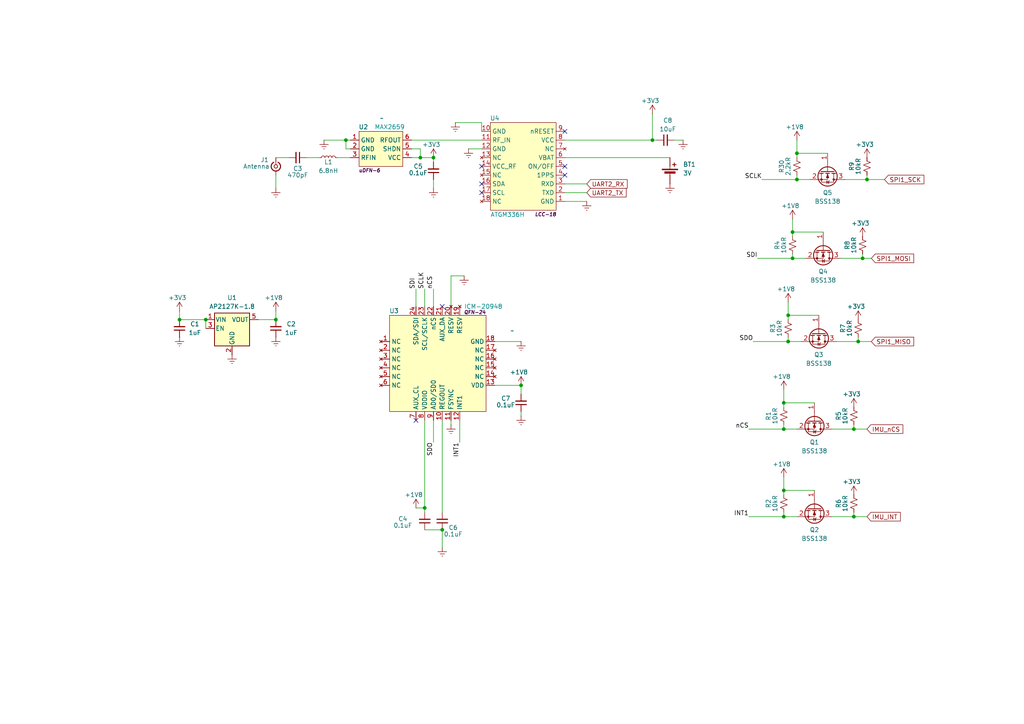
<source format=kicad_sch>
(kicad_sch (version 20250114) (generator "eeschema") (generator_version "9.0")
  (paper "A4")
  (lib_symbols
    (symbol "Connector:Conn_Coaxial_Small" (pin_numbers (hide yes)) (pin_names (offset 1.016) (hide yes))
      (property "Reference" "J" (at 0.254 3.048 0))
      (property "Value" "Conn_Coaxial_Small" (at 0 -3.81 0))
      (symbol "Conn_Coaxial_Small_0_1"
        (polyline (pts (xy -2.54 0) (xy -0.508 0)))
        (circle (center 0 0) (radius 0.508) (stroke (width 0.2032)))
      )
      (symbol "Conn_Coaxial_Small_1_1"
        (arc (start 1.3484 0.0039) (mid 0.327 -1.308) (end -1.1916 -0.6311) (stroke (width 0.3048)))
        (arc (start -1.1916 0.6311) (mid 0.327 1.3081) (end 1.3484 -0.0039) (stroke (width 0.3048)))
        (pin passive line (at -2.54 0 0) (length 1.27) (name "In") (number "1"))
        (pin passive line (at 2.54 0 180) (length 1.27) (name "Ext") (number "2"))
      )
    )
    (symbol "Device:Battery_Cell" (pin_numbers (hide yes)) (pin_names (offset 0) (hide yes))
      (property "Reference" "BT" (at 2.54 2.54 0))
      (property "Value" "Battery_Cell" (at 2.54 0 0))
      (symbol "Battery_Cell_0_1"
        (rectangle (start -2.286 1.778) (end 2.286 1.524) (fill (type outline)))
        (rectangle (start -1.524 1.016) (end 1.524 0.508) (fill (type outline)))
        (polyline (pts (xy 0 1.778) (xy 0 2.54)))
        (polyline (pts (xy 0 0.762) (xy 0 0)))
        (polyline (pts (xy 0.762 3.048) (xy 1.778 3.048)) (stroke (width 0.254)))
        (polyline (pts (xy 1.27 3.556) (xy 1.27 2.54)) (stroke (width 0.254)))
      )
      (symbol "Battery_Cell_1_1"
        (pin passive line (at 0 5.08 270) (length 2.54) (name "+") (number "1"))
        (pin passive line (at 0 -2.54 90) (length 2.54) (name "-") (number "2"))
      )
    )
    (symbol "Device:C_Small" (pin_numbers (hide yes)) (pin_names (offset 0.254) (hide yes))
      (property "Reference" "C" (at 0.254 1.778 0))
      (property "Value" "C_Small" (at 0.254 -2.032 0))
      (symbol "C_Small_0_1"
        (polyline (pts (xy -1.524 0.508) (xy 1.524 0.508)) (stroke (width 0.3048)))
        (polyline (pts (xy -1.524 -0.508) (xy 1.524 -0.508)) (stroke (width 0.3302)))
      )
      (symbol "C_Small_1_1"
        (pin passive line (at 0 2.54 270) (length 2.032) (name "~") (number "1"))
        (pin passive line (at 0 -2.54 90) (length 2.032) (name "~") (number "2"))
      )
    )
    (symbol "Device:L_Small" (pin_numbers (hide yes)) (pin_names (offset 0.254) (hide yes))
      (property "Reference" "L" (at 0.762 1.016 0))
      (property "Value" "L_Small" (at 0.762 -1.016 0))
      (symbol "L_Small_0_1"
        (arc (start 0 2.032) (mid 0.5058 1.524) (end 0 1.016))
        (arc (start 0 1.016) (mid 0.5058 0.508) (end 0 0))
        (arc (start 0 0) (mid 0.5058 -0.508) (end 0 -1.016))
        (arc (start 0 -1.016) (mid 0.5058 -1.524) (end 0 -2.032))
      )
      (symbol "L_Small_1_1"
        (pin passive line (at 0 2.54 270) (length 0.508) (name "~") (number "1"))
        (pin passive line (at 0 -2.54 90) (length 0.508) (name "~") (number "2"))
      )
    )
    (symbol "Device:R_Small_US" (pin_numbers (hide yes)) (pin_names (offset 0.254) (hide yes))
      (property "Reference" "R" (at 0.762 0.508 0))
      (property "Value" "R_Small_US" (at 0.762 -1.016 0))
      (symbol "R_Small_US_1_1"
        (polyline (pts (xy 0 1.524) (xy 1.016 1.143) (xy 0 0.762) (xy -1.016 0.381) (xy 0 0)))
        (polyline (pts (xy 0 0) (xy 1.016 -0.381) (xy 0 -0.762) (xy -1.016 -1.143) (xy 0 -1.524)))
        (pin passive line (at 0 2.54 270) (length 1.016) (name "~") (number "1"))
        (pin passive line (at 0 -2.54 90) (length 1.016) (name "~") (number "2"))
      )
    )
    (symbol "Regulator_Linear:AP2127K-1.8" (pin_names (offset 0.254))
      (property "Reference" "U" (at -5.08 5.715 0))
      (property "Value" "AP2127K-1.8" (at 0 5.715 0))
      (symbol "AP2127K-1.8_0_1"
        (rectangle (start -5.08 4.445) (end 5.08 -5.08) (stroke (width 0.254)) (fill (type background)))
      )
      (symbol "AP2127K-1.8_1_1"
        (pin power_in line (at -7.62 2.54 0) (length 2.54) (name "VIN") (number "1"))
        (pin input line (at -7.62 0 0) (length 2.54) (name "EN") (number "3"))
        (pin power_in line (at 0 -7.62 90) (length 2.54) (name "GND") (number "2"))
        (pin no_connect line (at 5.08 0 180) (length 2.54) (hide yes) (name "NC") (number "4"))
        (pin power_out line (at 7.62 2.54 180) (length 2.54) (name "VOUT") (number "5"))
      )
    )
    (symbol "Transistor_FET:DMN2040U" (pin_names (hide yes))
      (property "Reference" "Q" (at 5.08 1.905 0))
      (property "Value" "DMN2040U" (at 5.08 0 0))
      (symbol "DMN2040U_0_1"
        (polyline (pts (xy 0.254 1.905) (xy 0.254 -1.905)) (stroke (width 0.254)))
        (polyline (pts (xy 0.254 0) (xy -2.54 0)))
        (polyline (pts (xy 0.762 2.286) (xy 0.762 1.27)) (stroke (width 0.254)))
        (polyline (pts (xy 0.762 0.508) (xy 0.762 -0.508)) (stroke (width 0.254)))
        (polyline (pts (xy 0.762 -1.27) (xy 0.762 -2.286)) (stroke (width 0.254)))
        (polyline (pts (xy 0.762 -1.778) (xy 3.302 -1.778) (xy 3.302 1.778) (xy 0.762 1.778)))
        (polyline (pts (xy 1.016 0) (xy 2.032 0.381) (xy 2.032 -0.381) (xy 1.016 0)) (fill (type outline)))
        (circle (center 1.651 0) (radius 2.794) (stroke (width 0.254)))
        (polyline (pts (xy 2.54 2.54) (xy 2.54 1.778)))
        (circle (center 2.54 1.778) (radius 0.254) (fill (type outline)))
        (circle (center 2.54 -1.778) (radius 0.254) (fill (type outline)))
        (polyline (pts (xy 2.54 -2.54) (xy 2.54 0) (xy 0.762 0)))
        (polyline (pts (xy 2.794 0.508) (xy 2.921 0.381) (xy 3.683 0.381) (xy 3.81 0.254)))
        (polyline (pts (xy 3.302 0.381) (xy 2.921 -0.254) (xy 3.683 -0.254) (xy 3.302 0.381)))
      )
      (symbol "DMN2040U_1_1"
        (pin input line (at -5.08 0 0) (length 2.54) (name "G") (number "1"))
        (pin passive line (at 2.54 5.08 270) (length 2.54) (name "D") (number "3"))
        (pin passive line (at 2.54 -5.08 90) (length 2.54) (name "S") (number "2"))
      )
    )
    (symbol "jshep:ATGM336H"
      (property "Reference" "U?" (at 1.27 1.27 0))
      (symbol "ATGM336H_1_1"
        (rectangle (start 0 0) (end 19.05 -25.4) (fill (type background)))
        (text "ATGM336H" (at 0 -26.67 0) (effects (font (size 1.27 1.27) (thickness 0.1588)) (justify left)))
        (text "LCC-18" (at 16.0029 -26.6081 0) (effects (font (size 1.016 1.016) (thickness 0.2032) (bold yes) (italic yes))))
        (pin power_in line (at -2.54 -2.54 0) (length 2.54) (name "GND") (number "10"))
        (pin output line (at -2.54 -5.08 0) (length 2.54) (name "RF_IN") (number "11"))
        (pin power_in line (at -2.54 -7.62 0) (length 2.54) (name "GND") (number "12"))
        (pin no_connect line (at -2.54 -10.16 0) (length 2.54) (name "NC") (number "13"))
        (pin output line (at -2.54 -12.7 0) (length 2.54) (name "VCC_RF") (number "14"))
        (pin no_connect line (at -2.54 -15.24 0) (length 2.54) (name "NC") (number "15"))
        (pin bidirectional line (at -2.54 -17.78 0) (length 2.54) (name "SDA") (number "16"))
        (pin output line (at -2.54 -20.32 0) (length 2.54) (name "SCL") (number "17"))
        (pin no_connect line (at -2.54 -22.86 0) (length 2.54) (name "NC") (number "18"))
        (pin input line (at 21.59 -2.54 180) (length 2.54) (name "nRESET") (number "9"))
        (pin power_in line (at 21.59 -5.08 180) (length 2.54) (name "VCC") (number "8"))
        (pin no_connect line (at 21.59 -7.62 180) (length 2.54) (name "NC") (number "7"))
        (pin input line (at 21.59 -10.16 180) (length 2.54) (name "VBAT") (number "6"))
        (pin input line (at 21.59 -12.7 180) (length 2.54) (name "ON/OFF") (number "5"))
        (pin output line (at 21.59 -15.24 180) (length 2.54) (name "1PPS") (number "4"))
        (pin input line (at 21.59 -17.78 180) (length 2.54) (name "RXD") (number "3"))
        (pin output line (at 21.59 -20.32 180) (length 2.54) (name "TXD") (number "2"))
        (pin power_in line (at 21.59 -22.86 180) (length 2.54) (name "GND") (number "1"))
      )
    )
    (symbol "jshep:ICM-20948"
      (property "Reference" "U?" (at 1.27 1.27 0))
      (symbol "ICM-20948_1_1"
        (rectangle (start 0 0) (end 27.94 -27.94) (fill (type background)))
        (text "ICM-20948" (at 21.59 2.54 0) (effects (font (size 1.27 1.27) (thickness 0.1588)) (justify left)))
        (text "QFN-24" (at 24.7222 0.8755 0) (effects (font (size 1.016 1.016) (thickness 0.2032) (bold yes) (italic yes))))
        (pin no_connect line (at -2.54 -7.62 0) (length 2.54) (name "NC") (number "1"))
        (pin no_connect line (at -2.54 -10.16 0) (length 2.54) (name "NC") (number "2"))
        (pin no_connect line (at -2.54 -12.7 0) (length 2.54) (name "NC") (number "3"))
        (pin no_connect line (at -2.54 -15.24 0) (length 2.54) (name "NC") (number "4"))
        (pin no_connect line (at -2.54 -17.78 0) (length 2.54) (name "NC") (number "5"))
        (pin no_connect line (at -2.54 -20.32 0) (length 2.54) (name "NC") (number "6"))
        (pin bidirectional line (at 7.62 2.54 270) (length 2.54) (name "SDA/SDI") (number "24"))
        (pin output line (at 7.62 -30.48 90) (length 2.54) (name "AUX_CL") (number "7"))
        (pin input line (at 10.16 2.54 270) (length 2.54) (name "SCL/SCLK") (number "23"))
        (pin power_in line (at 10.16 -30.48 90) (length 2.54) (name "VDDIO") (number "8"))
        (pin input line (at 12.7 2.54 270) (length 2.54) (name "nCS") (number "22"))
        (pin bidirectional line (at 12.7 -30.48 90) (length 2.54) (name "AD0/SD0") (number "9"))
        (pin bidirectional line (at 15.24 2.54 270) (length 2.54) (name "AUX_DA") (number "21"))
        (pin output line (at 15.24 -30.48 90) (length 2.54) (name "REGOUT") (number "10"))
        (pin no_connect line (at 17.78 2.54 270) (length 2.54) (name "RESV") (number "20"))
        (pin input line (at 17.78 -30.48 90) (length 2.54) (name "FSYNC") (number "11"))
        (pin no_connect line (at 20.32 2.54 270) (length 2.54) (name "RESV") (number "19"))
        (pin output line (at 20.32 -30.48 90) (length 2.54) (name "INT1") (number "12"))
        (pin power_in line (at 30.48 -7.62 180) (length 2.54) (name "GND") (number "18"))
        (pin no_connect line (at 30.48 -10.16 180) (length 2.54) (name "NC") (number "17"))
        (pin no_connect line (at 30.48 -12.7 180) (length 2.54) (name "NC") (number "16"))
        (pin no_connect line (at 30.48 -15.24 180) (length 2.54) (name "NC") (number "15"))
        (pin no_connect line (at 30.48 -17.78 180) (length 2.54) (name "NC") (number "14"))
        (pin power_in line (at 30.48 -20.32 180) (length 2.54) (name "VDD") (number "13"))
      )
    )
    (symbol "jshep:MAX2659"
      (property "Reference" "U?" (at 1.27 1.27 0))
      (symbol "MAX2659_1_1"
        (rectangle (start 0 0) (end 12.7 -10.16) (fill (type background)))
        (text "uDFN-6" (at 3.053 -11.3231 0) (effects (font (size 1.016 1.016) (thickness 0.2032) (bold yes) (italic yes))))
        (text "MAX2659\n" (at 8.89 1.27 0) (effects (font (size 1.27 1.27))))
        (pin power_in line (at -2.54 -2.54 0) (length 2.54) (name "GND") (number "1"))
        (pin power_in line (at -2.54 -5.08 0) (length 2.54) (name "GND") (number "2"))
        (pin input line (at -2.54 -7.62 0) (length 2.54) (name "RFIN") (number "3"))
        (pin output line (at 15.24 -2.54 180) (length 2.54) (name "RFOUT") (number "6"))
        (pin input line (at 15.24 -5.08 180) (length 2.54) (name "SHDN") (number "5"))
        (pin power_out line (at 15.24 -7.62 180) (length 2.54) (name "VCC") (number "4"))
      )
    )
    (symbol "power:+3V3" (power) (pin_numbers (hide yes)) (pin_names (offset 0) (hide yes))
      (property "Value" "+3V3" (at 0 3.556 0))
      (symbol "+3V3_0_1"
        (polyline (pts (xy -0.762 1.27) (xy 0 2.54)))
        (polyline (pts (xy 0 2.54) (xy 0.762 1.27)))
        (polyline (pts (xy 0 0) (xy 0 2.54)))
      )
      (symbol "+3V3_1_1"
        (pin power_in line (at 0 0 90) (length 0) (name "~") (number "1"))
      )
    )
    (symbol "power:GNDREF" (power) (pin_numbers (hide yes)) (pin_names (offset 0) (hide yes))
      (property "Value" "GNDREF" (at 0 -3.81 0))
      (symbol "GNDREF_0_1"
        (polyline (pts (xy -0.635 -1.905) (xy 0.635 -1.905)))
        (polyline (pts (xy -0.127 -2.54) (xy 0.127 -2.54)))
        (polyline (pts (xy 0 -1.27) (xy 0 0)))
        (polyline (pts (xy 1.27 -1.27) (xy -1.27 -1.27)))
      )
      (symbol "GNDREF_1_1"
        (pin power_in line (at 0 0 270) (length 0) (name "~") (number "1"))
      )
    )
  )
  (junction (at 80.01 92.71))
  (junction (at 229.87 67.31))
  (junction (at 227.33 142.24))
  (junction (at 229.87 74.93))
  (junction (at 59.69 92.71))
  (junction (at 248.92 99.06))
  (junction (at 123.19 147.32))
  (junction (at 227.33 116.84))
  (junction (at 247.65 124.46))
  (junction (at 247.65 149.86))
  (junction (at 189.23 40.64))
  (junction (at 121.92 45.72))
  (junction (at 250.19 74.93))
  (junction (at 151.13 111.76))
  (junction (at 251.46 52.07))
  (junction (at 227.33 149.86))
  (junction (at 231.14 52.07))
  (junction (at 231.14 44.45))
  (junction (at 100.33 40.64))
  (junction (at 52.07 92.71))
  (junction (at 228.6 91.44))
  (junction (at 125.73 45.72))
  (junction (at 228.6 99.06))
  (junction (at 227.33 124.46))
  (junction (at 128.27 153.67))
  (no_connect (at 139.7 55.88))
  (no_connect (at 128.27 88.9))
  (no_connect (at 120.65 121.92))
  (no_connect (at 139.7 53.34))
  (no_connect (at 163.83 48.26))
  (no_connect (at 163.83 38.1))
  (no_connect (at 139.7 48.26))
  (no_connect (at 163.83 50.8))
  (wire (pts (xy 227.33 124.46) (xy 231.14 124.46)))
  (wire (pts (xy 231.14 52.07) (xy 234.95 52.07)))
  (wire (pts (xy 93.98 40.64) (xy 100.33 40.64)))
  (wire (pts (xy 248.92 99.06) (xy 252.73 99.06)))
  (wire (pts (xy 229.87 67.31) (xy 229.87 68.58)))
  (wire (pts (xy 120.65 83.82) (xy 120.65 88.9)))
  (wire (pts (xy 227.33 116.84) (xy 227.33 118.11)))
  (wire (pts (xy 217.17 149.86) (xy 227.33 149.86)))
  (wire (pts (xy 125.73 128.27) (xy 125.73 121.92)))
  (wire (pts (xy 128.27 121.92) (xy 128.27 148.59)))
  (wire (pts (xy 231.14 40.64) (xy 231.14 44.45)))
  (wire (pts (xy 248.92 99.06) (xy 248.92 97.79)))
  (wire (pts (xy 52.07 90.17) (xy 52.07 92.71)))
  (wire (pts (xy 227.33 142.24) (xy 227.33 143.51)))
  (wire (pts (xy 119.38 45.72) (xy 121.92 45.72)))
  (wire (pts (xy 135.89 43.18) (xy 139.7 43.18)))
  (wire (pts (xy 236.22 116.84) (xy 227.33 116.84)))
  (wire (pts (xy 119.38 43.18) (xy 121.92 43.18)))
  (wire (pts (xy 121.92 43.18) (xy 121.92 45.72)))
  (wire (pts (xy 238.76 67.31) (xy 229.87 67.31)))
  (wire (pts (xy 218.44 99.06) (xy 228.6 99.06)))
  (wire (pts (xy 125.73 83.82) (xy 125.73 88.9)))
  (wire (pts (xy 198.12 40.64) (xy 195.58 40.64)))
  (wire (pts (xy 100.33 40.64) (xy 101.6 40.64)))
  (wire (pts (xy 170.18 58.42) (xy 163.83 58.42)))
  (wire (pts (xy 151.13 111.76) (xy 151.13 114.3)))
  (wire (pts (xy 247.65 149.86) (xy 251.46 149.86)))
  (wire (pts (xy 125.73 54.61) (xy 125.73 52.07)))
  (wire (pts (xy 97.79 45.72) (xy 101.6 45.72)))
  (wire (pts (xy 245.11 52.07) (xy 251.46 52.07)))
  (wire (pts (xy 128.27 153.67) (xy 128.27 158.75)))
  (wire (pts (xy 121.92 45.72) (xy 125.73 45.72)))
  (wire (pts (xy 100.33 40.64) (xy 100.33 43.18)))
  (wire (pts (xy 250.19 74.93) (xy 252.73 74.93)))
  (wire (pts (xy 250.19 74.93) (xy 250.19 73.66)))
  (wire (pts (xy 80.01 45.72) (xy 83.82 45.72)))
  (wire (pts (xy 240.03 44.45) (xy 231.14 44.45)))
  (wire (pts (xy 231.14 50.8) (xy 231.14 52.07)))
  (wire (pts (xy 228.6 99.06) (xy 232.41 99.06)))
  (wire (pts (xy 133.35 128.27) (xy 133.35 121.92)))
  (wire (pts (xy 247.65 149.86) (xy 247.65 148.59)))
  (wire (pts (xy 190.5 40.64) (xy 189.23 40.64)))
  (wire (pts (xy 220.98 52.07) (xy 231.14 52.07)))
  (wire (pts (xy 217.17 124.46) (xy 227.33 124.46)))
  (wire (pts (xy 123.19 148.59) (xy 123.19 147.32)))
  (wire (pts (xy 151.13 120.65) (xy 151.13 119.38)))
  (wire (pts (xy 143.51 99.06) (xy 151.13 99.06)))
  (wire (pts (xy 241.3 149.86) (xy 247.65 149.86)))
  (wire (pts (xy 251.46 52.07) (xy 251.46 50.8)))
  (wire (pts (xy 228.6 87.63) (xy 228.6 91.44)))
  (wire (pts (xy 189.23 40.64) (xy 163.83 40.64)))
  (wire (pts (xy 237.49 91.44) (xy 228.6 91.44)))
  (wire (pts (xy 229.87 73.66) (xy 229.87 74.93)))
  (wire (pts (xy 242.57 99.06) (xy 248.92 99.06)))
  (wire (pts (xy 227.33 149.86) (xy 231.14 149.86)))
  (wire (pts (xy 189.23 33.02) (xy 189.23 40.64)))
  (wire (pts (xy 251.46 52.07) (xy 256.54 52.07)))
  (wire (pts (xy 74.93 92.71) (xy 80.01 92.71)))
  (wire (pts (xy 100.33 43.18) (xy 101.6 43.18)))
  (wire (pts (xy 227.33 138.43) (xy 227.33 142.24)))
  (wire (pts (xy 143.51 111.76) (xy 151.13 111.76)))
  (wire (pts (xy 123.19 153.67) (xy 128.27 153.67)))
  (wire (pts (xy 219.71 74.93) (xy 229.87 74.93)))
  (wire (pts (xy 125.73 46.99) (xy 125.73 45.72)))
  (wire (pts (xy 236.22 142.24) (xy 227.33 142.24)))
  (wire (pts (xy 227.33 123.19) (xy 227.33 124.46)))
  (wire (pts (xy 130.81 80.01) (xy 134.62 80.01)))
  (wire (pts (xy 88.9 45.72) (xy 92.71 45.72)))
  (wire (pts (xy 241.3 124.46) (xy 247.65 124.46)))
  (wire (pts (xy 123.19 147.32) (xy 123.19 121.92)))
  (wire (pts (xy 120.65 147.32) (xy 123.19 147.32)))
  (wire (pts (xy 243.84 74.93) (xy 250.19 74.93)))
  (wire (pts (xy 228.6 91.44) (xy 228.6 92.71)))
  (wire (pts (xy 163.83 55.88) (xy 170.18 55.88)))
  (wire (pts (xy 247.65 124.46) (xy 251.46 124.46)))
  (wire (pts (xy 228.6 97.79) (xy 228.6 99.06)))
  (wire (pts (xy 52.07 92.71) (xy 59.69 92.71)))
  (wire (pts (xy 123.19 83.82) (xy 123.19 88.9)))
  (wire (pts (xy 139.7 38.1) (xy 139.7 35.56)))
  (wire (pts (xy 231.14 44.45) (xy 231.14 45.72)))
  (wire (pts (xy 80.01 90.17) (xy 80.01 92.71)))
  (wire (pts (xy 130.81 88.9) (xy 130.81 80.01)))
  (wire (pts (xy 163.83 53.34) (xy 170.18 53.34)))
  (wire (pts (xy 59.69 92.71) (xy 59.69 95.25)))
  (wire (pts (xy 119.38 40.64) (xy 139.7 40.64)))
  (wire (pts (xy 229.87 74.93) (xy 233.68 74.93)))
  (wire (pts (xy 163.83 45.72) (xy 194.31 45.72)))
  (wire (pts (xy 132.08 35.56) (xy 139.7 35.56)))
  (wire (pts (xy 247.65 124.46) (xy 247.65 123.19)))
  (wire (pts (xy 227.33 113.03) (xy 227.33 116.84)))
  (wire (pts (xy 80.01 54.61) (xy 80.01 50.8)))
  (wire (pts (xy 229.87 63.5) (xy 229.87 67.31)))
  (wire (pts (xy 227.33 148.59) (xy 227.33 149.86)))
  (wire (pts (xy 130.81 123.19) (xy 130.81 121.92)))
  (label "SDI" (at 219.71 74.93 180) (effects (font (thickness 0.1588))))
  (label "SCLK" (at 123.19 83.82 90) (effects (font (thickness 0.1588))))
  (label "SCLK" (at 220.98 52.07 180) (effects (font (thickness 0.1588))))
  (label "INT1" (at 217.17 149.86 180) (effects (font (thickness 0.1588))))
  (label "INT1" (at 133.35 128.27 270) (effects (font (thickness 0.1588))))
  (label "nCS" (at 217.17 124.46 180) (effects (font (thickness 0.1588))))
  (label "SDI" (at 120.65 83.82 90) (effects (font (thickness 0.1588))))
  (label "SDO" (at 125.73 128.27 270) (effects (font (thickness 0.1588))))
  (label "nCS" (at 125.73 83.82 90) (effects (font (thickness 0.1588))))
  (label "SDO" (at 218.44 99.06 180) (effects (font (thickness 0.1588))))
  (global_label "SPI1_SCK" (shape input) (at 256.54 52.07 0) (property "Intersheetrefs" "${INTERSHEET_REFS}" (effects (hide yes))))
  (global_label "UART2_TX" (shape input) (at 170.18 55.88 0) (property "Intersheetrefs" "${INTERSHEET_REFS}" (effects (hide yes))))
  (global_label "SPI1_MISO" (shape input) (at 252.73 99.06 0) (property "Intersheetrefs" "${INTERSHEET_REFS}" (effects (hide yes))))
  (global_label "SPI1_MOSI" (shape input) (at 252.73 74.93 0) (property "Intersheetrefs" "${INTERSHEET_REFS}" (effects (hide yes))))
  (global_label "UART2_RX" (shape input) (at 170.18 53.34 0) (property "Intersheetrefs" "${INTERSHEET_REFS}" (effects (hide yes))))
  (global_label "IMU_nCS" (shape input) (at 251.46 124.46 0) (property "Intersheetrefs" "${INTERSHEET_REFS}" (effects (hide yes))))
  (global_label "IMU_INT" (shape input) (at 251.46 149.86 0) (property "Intersheetrefs" "${INTERSHEET_REFS}" (effects (hide yes))))
  (symbol (lib_id "power:+3V3") (at 231.14 40.64 0) (unit 1)
    (property "Reference" "#PWR027" (effects (hide yes)))
    (property "Value" "+1V8" (at 230.505 36.83 0))
    (property "Description" "Power symbol creates a global label with name \"+3V3\"" (effects (hide yes)))
  )
  (symbol (lib_id "jshep:ICM-20948") (at 113.03 91.44 0) (unit 1)
    (property "Reference" "U3" (at 114.3 90.17 0))
    (property "Value" "~" (at 148.59 95.9165 0))
    (property "Footprint" "Package_DFN_QFN:QFN-24-1EP_3x3mm_P0.4mm_EP1.75x1.6mm" (effects (hide yes)))
  )
  (symbol (lib_id "power:+3V3") (at 80.01 90.17 0) (unit 1)
    (property "Reference" "#PWR05" (effects (hide yes)))
    (property "Value" "+1V8" (at 79.375 86.36 0))
    (property "Description" "Power symbol creates a global label with name \"+3V3\"" (effects (hide yes)))
  )
  (symbol (lib_id "power:+3V3") (at 151.13 111.76 0) (unit 1)
    (property "Reference" "#PWR017" (effects (hide yes)))
    (property "Value" "+1V8" (at 150.495 107.95 0))
    (property "Description" "Power symbol creates a global label with name \"+3V3\"" (effects (hide yes)))
  )
  (symbol (lib_id "power:+3V3") (at 120.65 147.32 0) (unit 1)
    (property "Reference" "#PWR08" (effects (hide yes)))
    (property "Value" "+1V8" (at 120.015 143.51 0))
    (property "Description" "Power symbol creates a global label with name \"+3V3\"" (effects (hide yes)))
  )
  (symbol (lib_id "power:GNDREF") (at 52.07 97.79 0) (unit 1)
    (property "Reference" "#PWR02" (effects (hide yes)))
    (property "Value" "GND" (effects (hide yes)))
    (property "Description" "Power symbol creates a global label with name \"GNDREF\" , reference supply ground" (effects (hide yes)))
  )
  (symbol (lib_id "Device:R_Small_US") (at 227.33 146.05 180) (unit 1)
    (property "Reference" "R2" (at 222.885 146.05 90))
    (property "Value" "10kR" (at 224.79 146.05 90))
    (property "Footprint" "Resistor_SMD:R_0603_1608Metric" (effects (hide yes)))
    (property "Description" "Resistor, small US symbol" (effects (hide yes)))
  )
  (symbol (lib_id "Device:R_Small_US") (at 228.6 95.25 180) (unit 1)
    (property "Reference" "R3" (at 224.155 95.25 90))
    (property "Value" "10kR" (at 226.06 95.25 90))
    (property "Footprint" "Resistor_SMD:R_0603_1608Metric" (effects (hide yes)))
    (property "Description" "Resistor, small US symbol" (effects (hide yes)))
  )
  (symbol (lib_id "power:GNDREF") (at 80.01 54.61 0) (unit 1)
    (property "Reference" "#PWR04" (effects (hide yes)))
    (property "Value" "GND" (effects (hide yes)))
    (property "Description" "Power symbol creates a global label with name \"GNDREF\" , reference supply ground" (effects (hide yes)))
  )
  (symbol (lib_id "Device:C_Small") (at 193.04 40.64 90) (unit 1)
    (property "Reference" "C8" (at 193.675 34.925 90))
    (property "Value" "10uF" (at 193.675 37.465 90))
    (property "Footprint" "Capacitor_SMD:C_0603_1608Metric" (effects (hide yes)))
    (property "Description" "Unpolarized capacitor, small symbol" (effects (hide yes)))
  )
  (symbol (lib_id "Connector:Conn_Coaxial_Small") (at 80.01 48.26 270) (unit 1)
    (property "Reference" "J1" (at 75.565 46.355 90) (effects (justify left)))
    (property "Value" "Antenna" (at 70.485 48.26 90) (effects (justify left)))
    (property "Footprint" "Connector_Coaxial:U.FL_Molex_MCRF_73412-0110_Vertical" (effects (hide yes)))
    (property "Description" "small coaxial connector (BNC, SMA, SMB, SMC, Cinch/RCA, LEMO, ...)" (effects (hide yes)))
  )
  (symbol (lib_id "power:GNDREF") (at 130.81 123.19 0) (unit 1)
    (property "Reference" "#PWR012" (effects (hide yes)))
    (property "Value" "GND" (effects (hide yes)))
    (property "Description" "Power symbol creates a global label with name \"GNDREF\" , reference supply ground" (effects (hide yes)))
  )
  (symbol (lib_id "power:+3V3") (at 52.07 90.17 0) (unit 1)
    (property "Reference" "#PWR01" (effects (hide yes)))
    (property "Value" "+3V3" (at 51.435 86.36 0))
    (property "Description" "Power symbol creates a global label with name \"+3V3\"" (effects (hide yes)))
  )
  (symbol (lib_id "power:GNDREF") (at 128.27 158.75 0) (unit 1)
    (property "Reference" "#PWR011" (effects (hide yes)))
    (property "Value" "GND" (effects (hide yes)))
    (property "Description" "Power symbol creates a global label with name \"GNDREF\" , reference supply ground" (effects (hide yes)))
  )
  (symbol (lib_id "Transistor_FET:DMN2040U") (at 237.49 96.52 270) (unit 1)
    (property "Reference" "Q3" (at 237.49 102.87 90))
    (property "Value" "BSS138" (at 237.49 105.41 90))
    (property "Footprint" "Package_TO_SOT_SMD:SOT-23" (effects (hide yes)))
    (property "Datasheet" "https://www.diodes.com/assets/Datasheets/DMN2040U.pdf" (effects (hide yes)))
    (property "Description" "20V Vds, 6A Id, N-Channel MOSFET, SOT-23" (effects (hide yes)))
  )
  (symbol (lib_id "power:+3V3") (at 248.92 92.71 0) (unit 1)
    (property "Reference" "#PWR030" (effects (hide yes)))
    (property "Value" "+3V3" (at 248.285 88.9 0))
    (property "Description" "Power symbol creates a global label with name \"+3V3\"" (effects (hide yes)))
  )
  (symbol (lib_id "Regulator_Linear:AP2127K-1.8") (at 67.31 95.25 0) (unit 1)
    (property "Reference" "U1" (at 67.31 86.36 0))
    (property "Value" "AP2127K-1.8" (at 67.31 88.9 0))
    (property "Footprint" "Package_TO_SOT_SMD:SOT-23-5" (effects (hide yes)))
    (property "Datasheet" "https://www.diodes.com/assets/Datasheets/AP2127.pdf" (effects (hide yes)))
    (property "Description" "300mA low dropout linear regulator, shutdown pin, 2.5V-6V input voltage, 1.8V fixed positive output, SOT-23-5" (effects (hide yes)))
  )
  (symbol (lib_id "power:+3V3") (at 251.46 45.72 0) (unit 1)
    (property "Reference" "#PWR032" (effects (hide yes)))
    (property "Value" "+3V3" (at 250.825 41.91 0))
    (property "Description" "Power symbol creates a global label with name \"+3V3\"" (effects (hide yes)))
  )
  (symbol (lib_id "Device:C_Small") (at 86.36 45.72 270) (unit 1)
    (property "Reference" "C3" (at 86.36 48.895 90))
    (property "Value" "470pF" (at 86.36 50.8 90))
    (property "Footprint" "Capacitor_SMD:C_0603_1608Metric" (effects (hide yes)))
    (property "Description" "Unpolarized capacitor, small symbol" (effects (hide yes)))
  )
  (symbol (lib_id "power:+3V3") (at 229.87 63.5 0) (unit 1)
    (property "Reference" "#PWR026" (effects (hide yes)))
    (property "Value" "+1V8" (at 229.235 59.69 0))
    (property "Description" "Power symbol creates a global label with name \"+3V3\"" (effects (hide yes)))
  )
  (symbol (lib_id "Device:C_Small") (at 80.01 95.25 180) (unit 1)
    (property "Reference" "C2" (at 84.455 93.98 0))
    (property "Value" "1uF" (at 84.455 96.52 0))
    (property "Footprint" "Capacitor_SMD:C_0603_1608Metric" (effects (hide yes)))
    (property "Description" "Unpolarized capacitor, small symbol" (effects (hide yes)))
  )
  (symbol (lib_id "Device:R_Small_US") (at 247.65 146.05 180) (unit 1)
    (property "Reference" "R6" (at 243.205 146.05 90))
    (property "Value" "10kR" (at 245.11 146.05 90))
    (property "Footprint" "Resistor_SMD:R_0603_1608Metric" (effects (hide yes)))
    (property "Description" "Resistor, small US symbol" (effects (hide yes)))
  )
  (symbol (lib_id "jshep:ATGM336H") (at 142.24 35.56 0) (unit 1)
    (property "Reference" "U4" (at 143.51 34.29 0))
    (property "Footprint" "jshep:LCC-18" (effects (hide yes)))
  )
  (symbol (lib_id "power:GNDREF") (at 198.12 40.64 0) (unit 1)
    (property "Reference" "#PWR022" (effects (hide yes)))
    (property "Value" "GND" (effects (hide yes)))
    (property "Description" "Power symbol creates a global label with name \"GNDREF\" , reference supply ground" (effects (hide yes)))
  )
  (symbol (lib_id "power:GNDREF") (at 132.08 35.56 0) (unit 1)
    (property "Reference" "#PWR013" (effects (hide yes)))
    (property "Value" "GND" (effects (hide yes)))
    (property "Description" "Power symbol creates a global label with name \"GNDREF\" , reference supply ground" (effects (hide yes)))
  )
  (symbol (lib_id "Device:R_Small_US") (at 251.46 48.26 180) (unit 1)
    (property "Reference" "R9" (at 247.015 48.26 90))
    (property "Value" "10kR" (at 248.92 48.26 90))
    (property "Footprint" "Resistor_SMD:R_0603_1608Metric" (effects (hide yes)))
    (property "Description" "Resistor, small US symbol" (effects (hide yes)))
  )
  (symbol (lib_id "Device:L_Small") (at 95.25 45.72 90) (unit 1)
    (property "Reference" "L1" (at 95.25 46.99 90))
    (property "Value" "6.8nH" (at 95.25 49.53 90))
    (property "Footprint" "Inductor_SMD:L_0603_1608Metric" (effects (hide yes)))
    (property "Description" "Inductor, small symbol" (effects (hide yes)))
  )
  (symbol (lib_id "Device:R_Small_US") (at 248.92 95.25 180) (unit 1)
    (property "Reference" "R7" (at 244.475 95.25 90))
    (property "Value" "10kR" (at 246.38 95.25 90))
    (property "Footprint" "Resistor_SMD:R_0603_1608Metric" (effects (hide yes)))
    (property "Description" "Resistor, small US symbol" (effects (hide yes)))
  )
  (symbol (lib_id "power:+3V3") (at 227.33 113.03 0) (unit 1)
    (property "Reference" "#PWR023" (effects (hide yes)))
    (property "Value" "+1V8" (at 226.695 109.22 0))
    (property "Description" "Power symbol creates a global label with name \"+3V3\"" (effects (hide yes)))
  )
  (symbol (lib_id "Transistor_FET:DMN2040U") (at 238.76 72.39 270) (unit 1)
    (property "Reference" "Q4" (at 238.76 78.74 90))
    (property "Value" "BSS138" (at 238.76 81.28 90))
    (property "Footprint" "Package_TO_SOT_SMD:SOT-23" (effects (hide yes)))
    (property "Datasheet" "https://www.diodes.com/assets/Datasheets/DMN2040U.pdf" (effects (hide yes)))
    (property "Description" "20V Vds, 6A Id, N-Channel MOSFET, SOT-23" (effects (hide yes)))
  )
  (symbol (lib_id "power:GNDREF") (at 135.89 43.18 0) (unit 1)
    (property "Reference" "#PWR015" (effects (hide yes)))
    (property "Value" "GND" (effects (hide yes)))
    (property "Description" "Power symbol creates a global label with name \"GNDREF\" , reference supply ground" (effects (hide yes)))
  )
  (symbol (lib_id "power:+3V3") (at 189.23 33.02 0) (unit 1)
    (property "Reference" "#PWR020" (effects (hide yes)))
    (property "Value" "+3V3" (at 188.595 29.21 0))
    (property "Description" "Power symbol creates a global label with name \"+3V3\"" (effects (hide yes)))
  )
  (symbol (lib_id "Device:C_Small") (at 123.19 151.13 180) (unit 1)
    (property "Reference" "C4" (at 116.84 150.495 0))
    (property "Value" "0.1uF" (at 116.84 152.4 0))
    (property "Footprint" "Capacitor_SMD:C_0603_1608Metric" (effects (hide yes)))
    (property "Description" "Unpolarized capacitor, small symbol" (effects (hide yes)))
  )
  (symbol (lib_id "Device:R_Small_US") (at 247.65 120.65 180) (unit 1)
    (property "Reference" "R5" (at 243.205 120.65 90))
    (property "Value" "10kR" (at 245.11 120.65 90))
    (property "Footprint" "Resistor_SMD:R_0603_1608Metric" (effects (hide yes)))
    (property "Description" "Resistor, small US symbol" (effects (hide yes)))
  )
  (symbol (lib_id "power:GNDREF") (at 134.62 80.01 0) (unit 1)
    (property "Reference" "#PWR014" (effects (hide yes)))
    (property "Value" "GND" (effects (hide yes)))
    (property "Description" "Power symbol creates a global label with name \"GNDREF\" , reference supply ground" (effects (hide yes)))
  )
  (symbol (lib_id "Transistor_FET:DMN2040U") (at 236.22 147.32 270) (unit 1)
    (property "Reference" "Q2" (at 236.22 153.67 90))
    (property "Value" "BSS138" (at 236.22 156.21 90))
    (property "Footprint" "Package_TO_SOT_SMD:SOT-23" (effects (hide yes)))
    (property "Datasheet" "https://www.diodes.com/assets/Datasheets/DMN2040U.pdf" (effects (hide yes)))
    (property "Description" "20V Vds, 6A Id, N-Channel MOSFET, SOT-23" (effects (hide yes)))
  )
  (symbol (lib_id "Device:C_Small") (at 52.07 95.25 180) (unit 1)
    (property "Reference" "C1" (at 56.515 93.98 0))
    (property "Value" "1uF" (at 56.515 96.52 0))
    (property "Footprint" "Capacitor_SMD:C_0603_1608Metric" (effects (hide yes)))
    (property "Description" "Unpolarized capacitor, small symbol" (effects (hide yes)))
  )
  (symbol (lib_id "power:+3V3") (at 228.6 87.63 0) (unit 1)
    (property "Reference" "#PWR025" (effects (hide yes)))
    (property "Value" "+1V8" (at 227.965 83.82 0))
    (property "Description" "Power symbol creates a global label with name \"+3V3\"" (effects (hide yes)))
  )
  (symbol (lib_id "power:GNDREF") (at 93.98 40.64 0) (unit 1)
    (property "Reference" "#PWR07" (effects (hide yes)))
    (property "Value" "GND" (effects (hide yes)))
    (property "Description" "Power symbol creates a global label with name \"GNDREF\" , reference supply ground" (effects (hide yes)))
  )
  (symbol (lib_id "Device:Battery_Cell") (at 194.31 50.8 0) (unit 1)
    (property "Reference" "BT1" (at 198.12 47.6884 0) (effects (justify left)))
    (property "Value" "3V" (at 198.12 50.2284 0) (effects (justify left)))
    (property "Footprint" "ML414H_IV01E:SEIKO_ML414H_IV01E" (effects (hide yes)))
    (property "Description" "Single-cell battery" (effects (hide yes)))
  )
  (symbol (lib_id "power:GNDREF") (at 151.13 120.65 0) (unit 1)
    (property "Reference" "#PWR018" (effects (hide yes)))
    (property "Value" "GND" (effects (hide yes)))
    (property "Description" "Power symbol creates a global label with name \"GNDREF\" , reference supply ground" (effects (hide yes)))
  )
  (symbol (lib_id "power:GNDREF") (at 67.31 102.87 0) (unit 1)
    (property "Reference" "#PWR03" (effects (hide yes)))
    (property "Value" "GND" (effects (hide yes)))
    (property "Description" "Power symbol creates a global label with name \"GNDREF\" , reference supply ground" (effects (hide yes)))
  )
  (symbol (lib_id "Device:R_Small_US") (at 229.87 71.12 180) (unit 1)
    (property "Reference" "R4" (at 225.425 71.12 90))
    (property "Value" "10kR" (at 227.33 71.12 90))
    (property "Footprint" "Resistor_SMD:R_0603_1608Metric" (effects (hide yes)))
    (property "Description" "Resistor, small US symbol" (effects (hide yes)))
  )
  (symbol (lib_id "Device:C_Small") (at 125.73 49.53 180) (unit 1)
    (property "Reference" "C5" (at 121.285 48.26 0))
    (property "Value" "0.1uF" (at 121.285 50.165 0))
    (property "Footprint" "Capacitor_SMD:C_0603_1608Metric" (effects (hide yes)))
    (property "Description" "Unpolarized capacitor, small symbol" (effects (hide yes)))
  )
  (symbol (lib_id "power:+3V3") (at 125.73 45.72 0) (unit 1)
    (property "Reference" "#PWR09" (effects (hide yes)))
    (property "Value" "+3V3" (at 125.095 41.91 0))
    (property "Description" "Power symbol creates a global label with name \"+3V3\"" (effects (hide yes)))
  )
  (symbol (lib_id "power:+3V3") (at 247.65 143.51 0) (unit 1)
    (property "Reference" "#PWR029" (effects (hide yes)))
    (property "Value" "+3V3" (at 247.015 139.7 0))
    (property "Description" "Power symbol creates a global label with name \"+3V3\"" (effects (hide yes)))
  )
  (symbol (lib_id "power:+3V3") (at 247.65 118.11 0) (unit 1)
    (property "Reference" "#PWR028" (effects (hide yes)))
    (property "Value" "+3V3" (at 247.015 114.3 0))
    (property "Description" "Power symbol creates a global label with name \"+3V3\"" (effects (hide yes)))
  )
  (symbol (lib_id "power:GNDREF") (at 170.18 58.42 0) (unit 1)
    (property "Reference" "#PWR019" (effects (hide yes)))
    (property "Value" "GND" (effects (hide yes)))
    (property "Description" "Power symbol creates a global label with name \"GNDREF\" , reference supply ground" (effects (hide yes)))
  )
  (symbol (lib_id "power:+3V3") (at 227.33 138.43 0) (unit 1)
    (property "Reference" "#PWR024" (effects (hide yes)))
    (property "Value" "+1V8" (at 226.695 134.62 0))
    (property "Description" "Power symbol creates a global label with name \"+3V3\"" (effects (hide yes)))
  )
  (symbol (lib_id "power:GNDREF") (at 80.01 97.79 0) (unit 1)
    (property "Reference" "#PWR06" (effects (hide yes)))
    (property "Value" "GND" (effects (hide yes)))
    (property "Description" "Power symbol creates a global label with name \"GNDREF\" , reference supply ground" (effects (hide yes)))
  )
  (symbol (lib_id "power:GNDREF") (at 194.31 53.34 0) (unit 1)
    (property "Reference" "#PWR021" (effects (hide yes)))
    (property "Value" "GND" (effects (hide yes)))
    (property "Description" "Power symbol creates a global label with name \"GNDREF\" , reference supply ground" (effects (hide yes)))
  )
  (symbol (lib_id "power:GNDREF") (at 151.13 99.06 0) (unit 1)
    (property "Reference" "#PWR016" (effects (hide yes)))
    (property "Value" "GND" (effects (hide yes)))
    (property "Description" "Power symbol creates a global label with name \"GNDREF\" , reference supply ground" (effects (hide yes)))
  )
  (symbol (lib_id "Transistor_FET:DMN2040U") (at 236.22 121.92 270) (unit 1)
    (property "Reference" "Q1" (at 236.22 128.27 90))
    (property "Value" "BSS138" (at 236.22 130.81 90))
    (property "Footprint" "Package_TO_SOT_SMD:SOT-23" (effects (hide yes)))
    (property "Datasheet" "https://www.diodes.com/assets/Datasheets/DMN2040U.pdf" (effects (hide yes)))
    (property "Description" "20V Vds, 6A Id, N-Channel MOSFET, SOT-23" (effects (hide yes)))
  )
  (symbol (lib_id "power:GNDREF") (at 125.73 54.61 0) (unit 1)
    (property "Reference" "#PWR010" (effects (hide yes)))
    (property "Value" "GND" (effects (hide yes)))
    (property "Description" "Power symbol creates a global label with name \"GNDREF\" , reference supply ground" (effects (hide yes)))
  )
  (symbol (lib_id "Device:R_Small_US") (at 250.19 71.12 180) (unit 1)
    (property "Reference" "R8" (at 245.745 71.12 90))
    (property "Value" "10kR" (at 247.65 71.12 90))
    (property "Footprint" "Resistor_SMD:R_0603_1608Metric" (effects (hide yes)))
    (property "Description" "Resistor, small US symbol" (effects (hide yes)))
  )
  (symbol (lib_id "Transistor_FET:DMN2040U") (at 240.03 49.53 270) (unit 1)
    (property "Reference" "Q5" (at 240.03 55.88 90))
    (property "Value" "BSS138" (at 240.03 58.42 90))
    (property "Footprint" "Package_TO_SOT_SMD:SOT-23" (effects (hide yes)))
    (property "Datasheet" "https://www.diodes.com/assets/Datasheets/DMN2040U.pdf" (effects (hide yes)))
    (property "Description" "20V Vds, 6A Id, N-Channel MOSFET, SOT-23" (effects (hide yes)))
  )
  (symbol (lib_id "Device:C_Small") (at 151.13 116.84 180) (unit 1)
    (property "Reference" "C7" (at 146.685 115.57 0))
    (property "Value" "0.1uF" (at 146.685 117.475 0))
    (property "Footprint" "Capacitor_SMD:C_0603_1608Metric" (effects (hide yes)))
    (property "Description" "Unpolarized capacitor, small symbol" (effects (hide yes)))
  )
  (symbol (lib_id "Device:C_Small") (at 128.27 151.13 180) (unit 1)
    (property "Reference" "C6" (at 131.445 153.035 0))
    (property "Value" "0.1uF" (at 131.445 154.94 0))
    (property "Footprint" "Capacitor_SMD:C_0603_1608Metric" (effects (hide yes)))
    (property "Description" "Unpolarized capacitor, small symbol" (effects (hide yes)))
  )
  (symbol (lib_id "Device:R_Small_US") (at 227.33 120.65 180) (unit 1)
    (property "Reference" "R1" (at 222.885 120.65 90))
    (property "Value" "10kR" (at 224.79 120.65 90))
    (property "Footprint" "Resistor_SMD:R_0603_1608Metric" (effects (hide yes)))
    (property "Description" "Resistor, small US symbol" (effects (hide yes)))
  )
  (symbol (lib_id "power:+3V3") (at 250.19 68.58 0) (unit 1)
    (property "Reference" "#PWR031" (effects (hide yes)))
    (property "Value" "+3V3" (at 249.555 64.77 0))
    (property "Description" "Power symbol creates a global label with name \"+3V3\"" (effects (hide yes)))
  )
  (symbol (lib_id "jshep:MAX2659") (at 104.14 38.1 0) (unit 1)
    (property "Reference" "U2" (at 105.41 36.83 0))
    (property "Value" "~" (at 110.7201 34.29 0))
    (property "Footprint" "jshep:uDFN-6" (effects (hide yes)))
  )
  (symbol (lib_id "Device:R_Small_US") (at 231.14 48.26 180) (unit 1)
    (property "Reference" "R30" (at 226.695 48.26 90))
    (property "Value" "2.2kR" (at 228.6 48.26 90))
    (property "Footprint" "Resistor_SMD:R_0603_1608Metric" (effects (hide yes)))
    (property "Description" "Resistor, small US symbol" (effects (hide yes)))
  )
)
</source>
